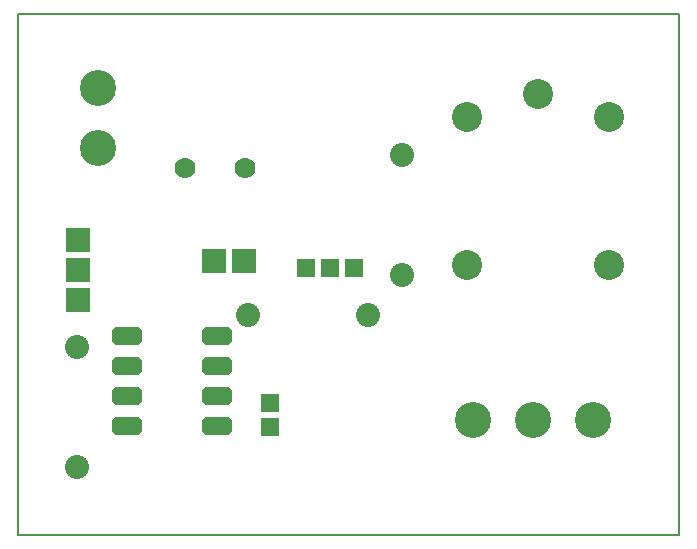
<source format=gbr>
G04 PROTEUS RS274X GERBER FILE*
%FSLAX45Y45*%
%MOMM*%
G01*
%ADD10C,3.048000*%
%ADD11C,1.778000*%
%ADD12R,2.032000X2.032000*%
%AMDIL003*
4,1,8,
-1.270000,0.457000,-0.965000,0.762000,0.965000,0.762000,1.270000,0.457000,1.270000,-0.457000,
0.965000,-0.762000,-0.965000,-0.762000,-1.270000,-0.457000,-1.270000,0.457000,
0*%
%ADD13DIL003*%
%ADD14C,2.032000*%
%ADD15R,1.524000X1.524000*%
%ADD16C,2.540000*%
%ADD17C,0.203200*%
D10*
X-4157980Y+2080260D03*
X-4157980Y+1572260D03*
D11*
X-2913920Y+1404620D03*
X-3421920Y+1404620D03*
D12*
X-2921000Y+612140D03*
X-3175000Y+612140D03*
D13*
X-3149600Y-784860D03*
X-3149600Y-530860D03*
X-3149600Y-276860D03*
X-3149600Y-22860D03*
X-3911600Y-22860D03*
X-3911600Y-276860D03*
X-3911600Y-530860D03*
X-3911600Y-784860D03*
D12*
X-4328160Y+797560D03*
X-4328160Y+543560D03*
X-4328160Y+289560D03*
D14*
X-4338320Y-1130300D03*
X-4338320Y-114300D03*
D15*
X-2705100Y-587400D03*
X-2705100Y-787400D03*
D14*
X-1874520Y+154940D03*
X-2890520Y+154940D03*
D15*
X-2397760Y+558800D03*
X-2194560Y+558800D03*
X-1991360Y+558800D03*
D14*
X-1584960Y+500380D03*
X-1584960Y+1516380D03*
D16*
X+168200Y+1832000D03*
X-1031800Y+1832000D03*
X-431800Y+2032000D03*
X-1031800Y+582000D03*
X+168200Y+582000D03*
D10*
X+30480Y-728980D03*
X-477520Y-728980D03*
X-985520Y-728980D03*
D17*
X-4838700Y-1701800D02*
X+759460Y-1701800D01*
X+759460Y+2705100D01*
X-4838700Y+2705100D01*
X-4838700Y-1701800D01*
M02*

</source>
